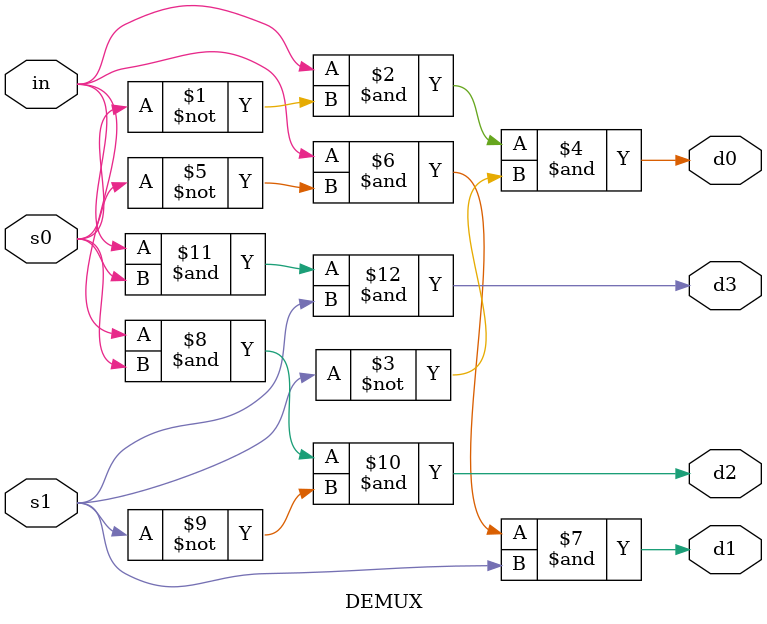
<source format=v>
module DEMUX(
    output d0,
    output d1,
    output d2,
    output d3,
    input in,
    input s0,
    input s1
    );
    and(d0,in,(~s0),(~s1));
    and(d1,in,(~s0),s1);
    and(d2,in,s0,(~s1));
    and(d3,in,s0,s1);
endmodule

</source>
